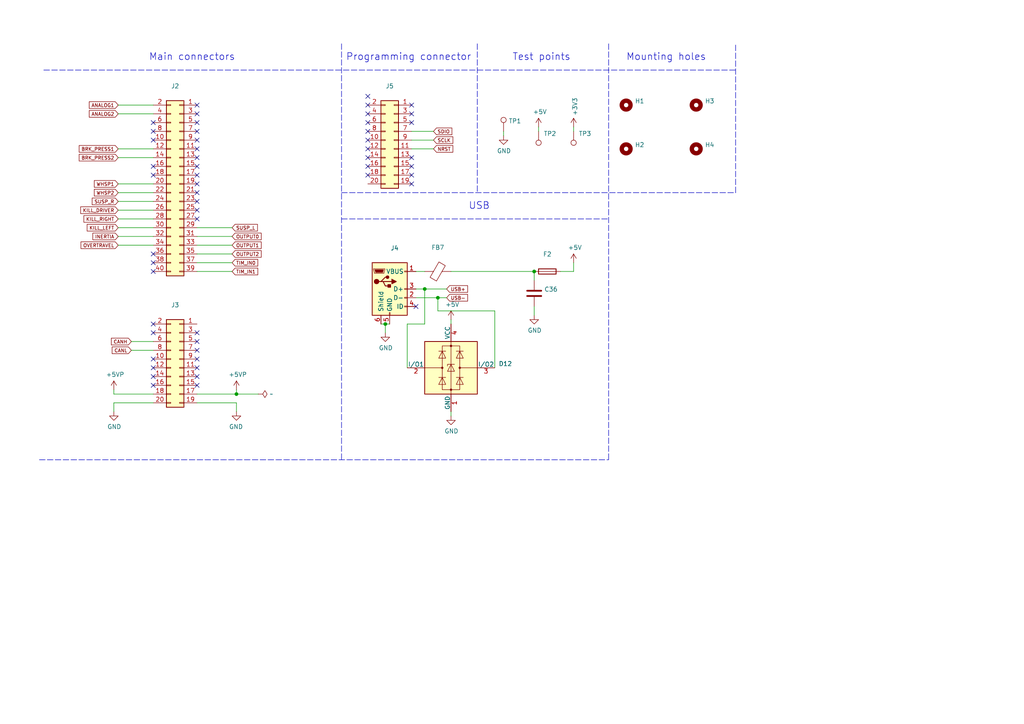
<source format=kicad_sch>
(kicad_sch (version 20211123) (generator eeschema)
  (paper "A4")
  (lib_symbols
    (symbol "Connector:TestPoint" (pin_numbers hide) (pin_names (offset 0.762) hide)
      (property "Reference" "TP" (at 0 6.858 0))
      (property "Value" "TestPoint" (at 0 5.08 0))
      (symbol "TestPoint_0_1"
        (circle (center 0 3.302) (radius 0.762))
      )
      (symbol "TestPoint_1_1"
        (pin passive line (at 0 0 90) (length 2.54) (name "1") (number "1"))
      )
    )
    (symbol "Connector:USB_OTG" (pin_names (offset 1.016))
      (property "Reference" "J" (at -5.08 11.43 0))
      (property "Value" "USB_OTG" (at -5.08 8.89 0))
      (symbol "USB_OTG_0_1"
        (rectangle (start -5.08 -7.62) (end 5.08 7.62) (stroke (width 0.254)) (fill (type background)))
        (circle (center -3.81 2.159) (radius 0.635) (stroke (width 0.254)) (fill (type outline)))
        (circle (center -0.635 3.429) (radius 0.381) (stroke (width 0.254)) (fill (type outline)))
        (rectangle (start -0.127 -7.62) (end 0.127 -6.858))
        (polyline (pts (xy -1.905 2.159) (xy 0.635 2.159)) (stroke (width 0.254)))
        (polyline (pts (xy -3.175 2.159) (xy -2.54 2.159) (xy -1.27 3.429) (xy -0.635 3.429)) (stroke (width 0.254)))
        (polyline (pts (xy -2.54 2.159) (xy -1.905 2.159) (xy -1.27 0.889) (xy 0 0.889)) (stroke (width 0.254)))
        (polyline (pts (xy 0.635 2.794) (xy 0.635 1.524) (xy 1.905 2.159) (xy 0.635 2.794)) (stroke (width 0.254)) (fill (type outline)))
        (polyline (pts (xy -4.318 5.588) (xy -1.778 5.588) (xy -2.032 4.826) (xy -4.064 4.826) (xy -4.318 5.588)) (fill (type outline)))
        (polyline (pts (xy -4.699 5.842) (xy -4.699 5.588) (xy -4.445 4.826) (xy -4.445 4.572) (xy -1.651 4.572) (xy -1.651 4.826) (xy -1.397 5.588) (xy -1.397 5.842) (xy -4.699 5.842)))
        (rectangle (start 0.254 1.27) (end -0.508 0.508) (stroke (width 0.254)) (fill (type outline)))
        (rectangle (start 5.08 -5.207) (end 4.318 -4.953))
        (rectangle (start 5.08 -2.667) (end 4.318 -2.413))
        (rectangle (start 5.08 -0.127) (end 4.318 0.127))
        (rectangle (start 5.08 4.953) (end 4.318 5.207))
      )
      (symbol "USB_OTG_1_1"
        (pin passive line (at 7.62 5.08 180) (length 2.54) (name "VBUS") (number "1"))
        (pin bidirectional line (at 7.62 -2.54 180) (length 2.54) (name "D-") (number "2"))
        (pin bidirectional line (at 7.62 0 180) (length 2.54) (name "D+") (number "3"))
        (pin passive line (at 7.62 -5.08 180) (length 2.54) (name "ID") (number "4"))
        (pin passive line (at 0 -10.16 90) (length 2.54) (name "GND") (number "5"))
        (pin passive line (at -2.54 -10.16 90) (length 2.54) (name "Shield") (number "6"))
      )
    )
    (symbol "Connector_Generic:Conn_02x10_Odd_Even" (pin_names (offset 1.016) hide)
      (property "Reference" "J" (at 1.27 12.7 0))
      (property "Value" "Conn_02x10_Odd_Even" (at 1.27 -15.24 0))
      (symbol "Conn_02x10_Odd_Even_1_1"
        (rectangle (start -1.27 -12.573) (end 0 -12.827) (stroke (width 0.1524)))
        (rectangle (start -1.27 -10.033) (end 0 -10.287) (stroke (width 0.1524)))
        (rectangle (start -1.27 -7.493) (end 0 -7.747) (stroke (width 0.1524)))
        (rectangle (start -1.27 -4.953) (end 0 -5.207) (stroke (width 0.1524)))
        (rectangle (start -1.27 -2.413) (end 0 -2.667) (stroke (width 0.1524)))
        (rectangle (start -1.27 0.127) (end 0 -0.127) (stroke (width 0.1524)))
        (rectangle (start -1.27 2.667) (end 0 2.413) (stroke (width 0.1524)))
        (rectangle (start -1.27 5.207) (end 0 4.953) (stroke (width 0.1524)))
        (rectangle (start -1.27 7.747) (end 0 7.493) (stroke (width 0.1524)))
        (rectangle (start -1.27 10.287) (end 0 10.033) (stroke (width 0.1524)))
        (rectangle (start -1.27 11.43) (end 3.81 -13.97) (stroke (width 0.254)) (fill (type background)))
        (rectangle (start 3.81 -12.573) (end 2.54 -12.827) (stroke (width 0.1524)))
        (rectangle (start 3.81 -10.033) (end 2.54 -10.287) (stroke (width 0.1524)))
        (rectangle (start 3.81 -7.493) (end 2.54 -7.747) (stroke (width 0.1524)))
        (rectangle (start 3.81 -4.953) (end 2.54 -5.207) (stroke (width 0.1524)))
        (rectangle (start 3.81 -2.413) (end 2.54 -2.667) (stroke (width 0.1524)))
        (rectangle (start 3.81 0.127) (end 2.54 -0.127) (stroke (width 0.1524)))
        (rectangle (start 3.81 2.667) (end 2.54 2.413) (stroke (width 0.1524)))
        (rectangle (start 3.81 5.207) (end 2.54 4.953) (stroke (width 0.1524)))
        (rectangle (start 3.81 7.747) (end 2.54 7.493) (stroke (width 0.1524)))
        (rectangle (start 3.81 10.287) (end 2.54 10.033) (stroke (width 0.1524)))
        (pin passive line (at -5.08 10.16 0) (length 3.81) (name "Pin_1") (number "1"))
        (pin passive line (at 7.62 0 180) (length 3.81) (name "Pin_10") (number "10"))
        (pin passive line (at -5.08 -2.54 0) (length 3.81) (name "Pin_11") (number "11"))
        (pin passive line (at 7.62 -2.54 180) (length 3.81) (name "Pin_12") (number "12"))
        (pin passive line (at -5.08 -5.08 0) (length 3.81) (name "Pin_13") (number "13"))
        (pin passive line (at 7.62 -5.08 180) (length 3.81) (name "Pin_14") (number "14"))
        (pin passive line (at -5.08 -7.62 0) (length 3.81) (name "Pin_15") (number "15"))
        (pin passive line (at 7.62 -7.62 180) (length 3.81) (name "Pin_16") (number "16"))
        (pin passive line (at -5.08 -10.16 0) (length 3.81) (name "Pin_17") (number "17"))
        (pin passive line (at 7.62 -10.16 180) (length 3.81) (name "Pin_18") (number "18"))
        (pin passive line (at -5.08 -12.7 0) (length 3.81) (name "Pin_19") (number "19"))
        (pin passive line (at 7.62 10.16 180) (length 3.81) (name "Pin_2") (number "2"))
        (pin passive line (at 7.62 -12.7 180) (length 3.81) (name "Pin_20") (number "20"))
        (pin passive line (at -5.08 7.62 0) (length 3.81) (name "Pin_3") (number "3"))
        (pin passive line (at 7.62 7.62 180) (length 3.81) (name "Pin_4") (number "4"))
        (pin passive line (at -5.08 5.08 0) (length 3.81) (name "Pin_5") (number "5"))
        (pin passive line (at 7.62 5.08 180) (length 3.81) (name "Pin_6") (number "6"))
        (pin passive line (at -5.08 2.54 0) (length 3.81) (name "Pin_7") (number "7"))
        (pin passive line (at 7.62 2.54 180) (length 3.81) (name "Pin_8") (number "8"))
        (pin passive line (at -5.08 0 0) (length 3.81) (name "Pin_9") (number "9"))
      )
    )
    (symbol "Device:C" (pin_numbers hide) (pin_names (offset 0.254))
      (property "Reference" "C" (at 0.635 2.54 0))
      (property "Value" "C" (at 0.635 -2.54 0))
      (symbol "C_0_1"
        (polyline (pts (xy -2.032 -0.762) (xy 2.032 -0.762)) (stroke (width 0.508)))
        (polyline (pts (xy -2.032 0.762) (xy 2.032 0.762)) (stroke (width 0.508)))
      )
      (symbol "C_1_1"
        (pin passive line (at 0 3.81 270) (length 2.794) (name "~") (number "1"))
        (pin passive line (at 0 -3.81 90) (length 2.794) (name "~") (number "2"))
      )
    )
    (symbol "Device:Fuse" (pin_numbers hide) (pin_names (offset 0))
      (property "Reference" "F" (at 2.032 0 90))
      (property "Value" "Fuse" (at -1.905 0 90))
      (symbol "Fuse_0_1"
        (rectangle (start -0.762 -2.54) (end 0.762 2.54) (stroke (width 0.254)))
        (polyline (pts (xy 0 2.54) (xy 0 -2.54)))
      )
      (symbol "Fuse_1_1"
        (pin passive line (at 0 3.81 270) (length 1.27) (name "~") (number "1"))
        (pin passive line (at 0 -3.81 90) (length 1.27) (name "~") (number "2"))
      )
    )
    (symbol "Mechanical:MountingHole" (pin_names (offset 1.016))
      (property "Reference" "H" (at 0 5.08 0))
      (property "Value" "MountingHole" (at 0 3.175 0))
      (symbol "MountingHole_0_1"
        (circle (center 0 0) (radius 1.27) (stroke (width 1.27)))
      )
    )
    (symbol "Power_Protection:PRTR5V0U2X" (pin_names (offset 0))
      (property "Reference" "D" (at 2.794 8.636 0))
      (property "Value" "PRTR5V0U2X" (at 8.128 -9.398 0))
      (symbol "PRTR5V0U2X_0_1"
        (rectangle (start -7.62 -7.62) (end 7.62 7.62) (stroke (width 0.254)) (fill (type background)))
        (circle (center -2.54 0) (radius 0.254) (fill (type outline)))
        (rectangle (start -2.54 6.35) (end 2.54 -6.35))
        (circle (center 0 -6.35) (radius 0.254) (fill (type outline)))
        (polyline (pts (xy -2.54 0) (xy -7.62 0)))
        (polyline (pts (xy -1.524 -2.794) (xy -3.556 -2.794)))
        (polyline (pts (xy -1.524 4.826) (xy -3.556 4.826)))
        (polyline (pts (xy 0 -7.62) (xy 0 7.62)))
        (polyline (pts (xy 1.524 -2.794) (xy 3.556 -2.794)))
        (polyline (pts (xy 1.524 4.826) (xy 3.556 4.826)))
        (polyline (pts (xy 2.54 0) (xy 7.62 0)))
        (polyline (pts (xy 1.016 1.016) (xy -1.016 1.016) (xy -1.016 0.508)))
        (polyline (pts (xy -3.556 -4.826) (xy -1.524 -4.826) (xy -2.54 -2.794) (xy -3.556 -4.826)))
        (polyline (pts (xy -3.556 2.794) (xy -1.524 2.794) (xy -2.54 4.826) (xy -3.556 2.794)))
        (polyline (pts (xy -1.016 -1.016) (xy 1.016 -1.016) (xy 0 1.016) (xy -1.016 -1.016)))
        (polyline (pts (xy 3.556 -4.826) (xy 1.524 -4.826) (xy 2.54 -2.794) (xy 3.556 -4.826)))
        (polyline (pts (xy 3.556 2.794) (xy 1.524 2.794) (xy 2.54 4.826) (xy 3.556 2.794)))
        (circle (center 0 6.35) (radius 0.254) (fill (type outline)))
        (circle (center 2.54 0) (radius 0.254) (fill (type outline)))
      )
      (symbol "PRTR5V0U2X_1_1"
        (pin passive line (at 0 -12.7 90) (length 5.08) (name "GND") (number "1"))
        (pin passive line (at -12.7 0 0) (length 5.08) (name "I/O1") (number "2"))
        (pin passive line (at 12.7 0 180) (length 5.08) (name "I/O2") (number "3"))
        (pin passive line (at 0 12.7 270) (length 5.08) (name "VCC") (number "4"))
      )
    )
    (symbol "karta_pomiarowa_v2-rescue:+3.3V-power" (power) (pin_names (offset 0))
      (property "Value" "+3.3V-power" (at 0 3.556 0))
      (symbol "+3.3V-power_0_1"
        (polyline (pts (xy -0.762 1.27) (xy 0 2.54)))
        (polyline (pts (xy 0 0) (xy 0 2.54)))
        (polyline (pts (xy 0 2.54) (xy 0.762 1.27)))
      )
      (symbol "+3.3V-power_1_1"
        (pin power_in line (at 0 0 90) (length 0) hide (name "+3V3") (number "1"))
      )
    )
    (symbol "karta_pomiarowa_v2-rescue:Conn_02x20_Odd_Even-Connector_Genericx" (pin_names (offset 1.016) hide)
      (property "Reference" "J" (at 1.27 25.4 0))
      (property "Value" "Conn_02x20_Odd_Even-Connector_Genericx" (at 30.48 -25.4 0))
      (symbol "Conn_02x20_Odd_Even-Connector_Genericx_1_1"
        (rectangle (start -1.27 -25.273) (end 0 -25.527) (stroke (width 0.1524)))
        (rectangle (start -1.27 -22.733) (end 0 -22.987) (stroke (width 0.1524)))
        (rectangle (start -1.27 -20.193) (end 0 -20.447) (stroke (width 0.1524)))
        (rectangle (start -1.27 -17.653) (end 0 -17.907) (stroke (width 0.1524)))
        (rectangle (start -1.27 -15.113) (end 0 -15.367) (stroke (width 0.1524)))
        (rectangle (start -1.27 -12.573) (end 0 -12.827) (stroke (width 0.1524)))
        (rectangle (start -1.27 -10.033) (end 0 -10.287) (stroke (width 0.1524)))
        (rectangle (start -1.27 -7.493) (end 0 -7.747) (stroke (width 0.1524)))
        (rectangle (start -1.27 -4.953) (end 0 -5.207) (stroke (width 0.1524)))
        (rectangle (start -1.27 -2.413) (end 0 -2.667) (stroke (width 0.1524)))
        (rectangle (start -1.27 0.127) (end 0 -0.127) (stroke (width 0.1524)))
        (rectangle (start -1.27 2.667) (end 0 2.413) (stroke (width 0.1524)))
        (rectangle (start -1.27 5.207) (end 0 4.953) (stroke (width 0.1524)))
        (rectangle (start -1.27 7.747) (end 0 7.493) (stroke (width 0.1524)))
        (rectangle (start -1.27 10.287) (end 0 10.033) (stroke (width 0.1524)))
        (rectangle (start -1.27 12.827) (end 0 12.573) (stroke (width 0.1524)))
        (rectangle (start -1.27 15.367) (end 0 15.113) (stroke (width 0.1524)))
        (rectangle (start -1.27 17.907) (end 0 17.653) (stroke (width 0.1524)))
        (rectangle (start -1.27 20.447) (end 0 20.193) (stroke (width 0.1524)))
        (rectangle (start -1.27 22.987) (end 0 22.733) (stroke (width 0.1524)))
        (rectangle (start -1.27 24.13) (end 3.81 -26.67) (stroke (width 0.254)) (fill (type background)))
        (rectangle (start 3.81 -25.273) (end 2.54 -25.527) (stroke (width 0.1524)))
        (rectangle (start 3.81 -22.733) (end 2.54 -22.987) (stroke (width 0.1524)))
        (rectangle (start 3.81 -20.193) (end 2.54 -20.447) (stroke (width 0.1524)))
        (rectangle (start 3.81 -17.653) (end 2.54 -17.907) (stroke (width 0.1524)))
        (rectangle (start 3.81 -15.113) (end 2.54 -15.367) (stroke (width 0.1524)))
        (rectangle (start 3.81 -12.573) (end 2.54 -12.827) (stroke (width 0.1524)))
        (rectangle (start 3.81 -10.033) (end 2.54 -10.287) (stroke (width 0.1524)))
        (rectangle (start 3.81 -7.493) (end 2.54 -7.747) (stroke (width 0.1524)))
        (rectangle (start 3.81 -4.953) (end 2.54 -5.207) (stroke (width 0.1524)))
        (rectangle (start 3.81 -2.413) (end 2.54 -2.667) (stroke (width 0.1524)))
        (rectangle (start 3.81 0.127) (end 2.54 -0.127) (stroke (width 0.1524)))
        (rectangle (start 3.81 2.667) (end 2.54 2.413) (stroke (width 0.1524)))
        (rectangle (start 3.81 5.207) (end 2.54 4.953) (stroke (width 0.1524)))
        (rectangle (start 3.81 7.747) (end 2.54 7.493) (stroke (width 0.1524)))
        (rectangle (start 3.81 10.287) (end 2.54 10.033) (stroke (width 0.1524)))
        (rectangle (start 3.81 12.827) (end 2.54 12.573) (stroke (width 0.1524)))
        (rectangle (start 3.81 15.367) (end 2.54 15.113) (stroke (width 0.1524)))
        (rectangle (start 3.81 17.907) (end 2.54 17.653) (stroke (width 0.1524)))
        (rectangle (start 3.81 20.447) (end 2.54 20.193) (stroke (width 0.1524)))
        (rectangle (start 3.81 22.987) (end 2.54 22.733) (stroke (width 0.1524)))
        (pin passive line (at 7.62 22.86 180) (length 3.81) (name "Pin_1") (number "1"))
        (pin passive line (at -5.08 12.7 0) (length 3.81) (name "Pin_10") (number "10"))
        (pin passive line (at 7.62 10.16 180) (length 3.81) (name "Pin_11") (number "11"))
        (pin passive line (at -5.08 10.16 0) (length 3.81) (name "Pin_12") (number "12"))
        (pin passive line (at 7.62 7.62 180) (length 3.81) (name "Pin_13") (number "13"))
        (pin passive line (at -5.08 7.62 0) (length 3.81) (name "Pin_14") (number "14"))
        (pin passive line (at 7.62 5.08 180) (length 3.81) (name "Pin_15") (number "15"))
        (pin passive line (at -5.08 5.08 0) (length 3.81) (name "Pin_16") (number "16"))
        (pin passive line (at 7.62 2.54 180) (length 3.81) (name "Pin_17") (number "17"))
        (pin passive line (at -5.08 2.54 0) (length 3.81) (name "Pin_18") (number "18"))
        (pin passive line (at 7.62 0 180) (length 3.81) (name "Pin_19") (number "19"))
        (pin passive line (at -5.08 22.86 0) (length 3.81) (name "Pin_2") (number "2"))
        (pin passive line (at -5.08 0 0) (length 3.81) (name "Pin_20") (number "20"))
        (pin passive line (at 7.62 -2.54 180) (length 3.81) (name "Pin_21") (number "21"))
        (pin passive line (at -5.08 -2.54 0) (length 3.81) (name "Pin_22") (number "22"))
        (pin passive line (at 7.62 -5.08 180) (length 3.81) (name "Pin_23") (number "23"))
        (pin passive line (at -5.08 -5.08 0) (length 3.81) (name "Pin_24") (number "24"))
        (pin passive line (at 7.62 -7.62 180) (length 3.81) (name "Pin_25") (number "25"))
        (pin passive line (at -5.08 -7.62 0) (length 3.81) (name "Pin_26") (number "26"))
        (pin passive line (at 7.62 -10.16 180) (length 3.81) (name "Pin_27") (number "27"))
        (pin passive line (at -5.08 -10.16 0) (length 3.81) (name "Pin_28") (number "28"))
        (pin passive line (at 7.62 -12.7 180) (length 3.81) (name "Pin_29") (number "29"))
        (pin passive line (at 7.62 20.32 180) (length 3.81) (name "Pin_3") (number "3"))
        (pin passive line (at -5.08 -12.7 0) (length 3.81) (name "Pin_30") (number "30"))
        (pin passive line (at 7.62 -15.24 180) (length 3.81) (name "Pin_31") (number "31"))
        (pin passive line (at -5.08 -15.24 0) (length 3.81) (name "Pin_32") (number "32"))
        (pin passive line (at 7.62 -17.78 180) (length 3.81) (name "Pin_33") (number "33"))
        (pin passive line (at -5.08 -17.78 0) (length 3.81) (name "Pin_34") (number "34"))
        (pin passive line (at 7.62 -20.32 180) (length 3.81) (name "Pin_35") (number "35"))
        (pin passive line (at -5.08 -20.32 0) (length 3.81) (name "Pin_36") (number "36"))
        (pin passive line (at 7.62 -22.86 180) (length 3.81) (name "Pin_37") (number "37"))
        (pin passive line (at -5.08 -22.86 0) (length 3.81) (name "Pin_38") (number "38"))
        (pin passive line (at 7.62 -25.4 180) (length 3.81) (name "Pin_39") (number "39"))
        (pin passive line (at -5.08 20.32 0) (length 3.81) (name "Pin_4") (number "4"))
        (pin passive line (at -5.08 -25.4 0) (length 3.81) (name "Pin_40") (number "40"))
        (pin passive line (at 7.62 17.78 180) (length 3.81) (name "Pin_5") (number "5"))
        (pin passive line (at -5.08 17.78 0) (length 3.81) (name "Pin_6") (number "6"))
        (pin passive line (at 7.62 15.24 180) (length 3.81) (name "Pin_7") (number "7"))
        (pin passive line (at -5.08 15.24 0) (length 3.81) (name "Pin_8") (number "8"))
        (pin passive line (at 7.62 12.7 180) (length 3.81) (name "Pin_9") (number "9"))
      )
    )
    (symbol "karta_pomiarowa_v2-rescue:Ferrite_Bead-Device" (pin_numbers hide) (pin_names (offset 0))
      (property "Reference" "FB" (at -3.81 0.635 90))
      (property "Value" "Ferrite_Bead-Device" (at 3.81 0 90))
      (symbol "Ferrite_Bead-Device_0_1"
        (polyline (pts (xy 0 -1.27) (xy 0 -1.2192)))
        (polyline (pts (xy 0 1.27) (xy 0 1.2954)))
        (polyline (pts (xy -2.7686 0.4064) (xy -1.7018 2.2606) (xy 2.7686 -0.3048) (xy 1.6764 -2.159) (xy -2.7686 0.4064)))
      )
      (symbol "Ferrite_Bead-Device_1_1"
        (pin passive line (at 0 3.81 270) (length 2.54) (name "~") (number "1"))
        (pin passive line (at 0 -3.81 90) (length 2.54) (name "~") (number "2"))
      )
    )
    (symbol "power:+5V" (power) (pin_names (offset 0))
      (property "Value" "+5V" (at 0 3.556 0))
      (symbol "+5V_0_1"
        (polyline (pts (xy -0.762 1.27) (xy 0 2.54)))
        (polyline (pts (xy 0 0) (xy 0 2.54)))
        (polyline (pts (xy 0 2.54) (xy 0.762 1.27)))
      )
      (symbol "+5V_1_1"
        (pin power_in line (at 0 0 90) (length 0) hide (name "+5V") (number "1"))
      )
    )
    (symbol "power:+5VP" (power) (pin_names (offset 0))
      (property "Value" "+5VP" (at 0 3.556 0))
      (symbol "+5VP_0_1"
        (polyline (pts (xy -0.762 1.27) (xy 0 2.54)))
        (polyline (pts (xy 0 0) (xy 0 2.54)))
        (polyline (pts (xy 0 2.54) (xy 0.762 1.27)))
      )
      (symbol "+5VP_1_1"
        (pin power_in line (at 0 0 90) (length 0) hide (name "+5VP") (number "1"))
      )
    )
    (symbol "power:GND" (power) (pin_names (offset 0))
      (property "Value" "GND" (at 0 -3.81 0))
      (symbol "GND_0_1"
        (polyline (pts (xy 0 0) (xy 0 -1.27) (xy 1.27 -1.27) (xy 0 -2.54) (xy -1.27 -1.27) (xy 0 -1.27)))
      )
      (symbol "GND_1_1"
        (pin power_in line (at 0 0 270) (length 0) hide (name "GND") (number "1"))
      )
    )
    (symbol "power:PWR_FLAG" (power) (pin_numbers hide) (pin_names (offset 0) hide)
      (property "Value" "PWR_FLAG" (at 0 3.81 0))
      (symbol "PWR_FLAG_0_0"
        (pin power_out line (at 0 0 90) (length 0) (name "pwr") (number "1"))
      )
      (symbol "PWR_FLAG_0_1"
        (polyline (pts (xy 0 0) (xy 0 1.27) (xy -1.016 1.905) (xy 0 2.54) (xy 1.016 1.905) (xy 0 1.27)))
      )
    )
  )
  (junction (at 154.94 78.74))
  (junction (at 111.76 93.98))
  (junction (at 123.19 83.82))
  (junction (at 68.58 114.3))
  (junction (at 127 86.36))
  (no_connect (at 106.68 50.8))
  (no_connect (at 57.15 63.5))
  (no_connect (at 44.45 73.66))
  (no_connect (at 57.15 109.22))
  (no_connect (at 44.45 76.2))
  (no_connect (at 57.15 48.26))
  (no_connect (at 57.15 43.18))
  (no_connect (at 57.15 40.64))
  (no_connect (at 57.15 30.48))
  (no_connect (at 57.15 53.34))
  (no_connect (at 44.45 40.64))
  (no_connect (at 119.38 50.8))
  (no_connect (at 57.15 99.06))
  (no_connect (at 57.15 35.56))
  (no_connect (at 119.38 35.56))
  (no_connect (at 106.68 33.02))
  (no_connect (at 120.65 88.9))
  (no_connect (at 44.45 104.14))
  (no_connect (at 119.38 53.34))
  (no_connect (at 106.68 48.26))
  (no_connect (at 57.15 111.76))
  (no_connect (at 57.15 96.52))
  (no_connect (at 57.15 33.02))
  (no_connect (at 44.45 93.98))
  (no_connect (at 57.15 60.96))
  (no_connect (at 106.68 40.64))
  (no_connect (at 57.15 106.68))
  (no_connect (at 106.68 27.94))
  (no_connect (at 57.15 38.1))
  (no_connect (at 57.15 55.88))
  (no_connect (at 44.45 50.8))
  (no_connect (at 57.15 104.14))
  (no_connect (at 44.45 78.74))
  (no_connect (at 106.68 38.1))
  (no_connect (at 44.45 35.56))
  (no_connect (at 57.15 50.8))
  (no_connect (at 57.15 101.6))
  (no_connect (at 44.45 109.22))
  (no_connect (at 44.45 38.1))
  (no_connect (at 119.38 33.02))
  (no_connect (at 106.68 45.72))
  (no_connect (at 44.45 48.26))
  (no_connect (at 119.38 45.72))
  (no_connect (at 44.45 96.52))
  (no_connect (at 119.38 30.48))
  (no_connect (at 44.45 111.76))
  (no_connect (at 106.68 30.48))
  (no_connect (at 57.15 58.42))
  (no_connect (at 106.68 35.56))
  (no_connect (at 119.38 48.26))
  (no_connect (at 44.45 106.68))
  (no_connect (at 57.15 45.72))
  (no_connect (at 106.68 43.18))
  (wire (pts (xy 154.94 78.74) (xy 154.94 81.28)))
  (wire (pts (xy 57.15 116.84) (xy 68.58 116.84)))
  (polyline (pts (xy 213.36 55.88) (xy 213.36 12.7)))
  (wire (pts (xy 34.29 60.96) (xy 44.45 60.96)))
  (wire (pts (xy 34.29 45.72) (xy 44.45 45.72)))
  (wire (pts (xy 44.45 68.58) (xy 34.29 68.58)))
  (wire (pts (xy 68.58 113.03) (xy 68.58 114.3)))
  (wire (pts (xy 130.81 119.38) (xy 130.81 120.65)))
  (wire (pts (xy 120.65 86.36) (xy 127 86.36)))
  (polyline (pts (xy 138.43 12.7) (xy 138.43 55.88)))
  (polyline (pts (xy 176.53 12.7) (xy 176.53 133.35)))
  (wire (pts (xy 110.49 93.98) (xy 111.76 93.98)))
  (wire (pts (xy 33.02 116.84) (xy 33.02 119.38)))
  (wire (pts (xy 118.11 106.68) (xy 118.11 93.98)))
  (wire (pts (xy 57.15 68.58) (xy 67.31 68.58)))
  (wire (pts (xy 44.45 30.48) (xy 34.29 30.48)))
  (wire (pts (xy 130.81 78.74) (xy 154.94 78.74)))
  (wire (pts (xy 127 86.36) (xy 129.54 86.36)))
  (wire (pts (xy 130.81 92.71) (xy 130.81 93.98)))
  (wire (pts (xy 166.37 36.83) (xy 166.37 38.1)))
  (wire (pts (xy 74.93 114.3) (xy 68.58 114.3)))
  (wire (pts (xy 44.45 43.18) (xy 34.29 43.18)))
  (wire (pts (xy 143.51 106.68) (xy 143.51 90.17)))
  (wire (pts (xy 57.15 76.2) (xy 67.31 76.2)))
  (wire (pts (xy 34.29 63.5) (xy 44.45 63.5)))
  (wire (pts (xy 154.94 88.9) (xy 154.94 91.44)))
  (wire (pts (xy 44.45 116.84) (xy 33.02 116.84)))
  (wire (pts (xy 34.29 66.04) (xy 44.45 66.04)))
  (wire (pts (xy 146.05 39.37) (xy 146.05 38.1)))
  (wire (pts (xy 156.21 36.83) (xy 156.21 38.1)))
  (wire (pts (xy 125.73 43.18) (xy 119.38 43.18)))
  (wire (pts (xy 123.19 93.98) (xy 123.19 83.82)))
  (wire (pts (xy 68.58 114.3) (xy 57.15 114.3)))
  (wire (pts (xy 34.29 55.88) (xy 44.45 55.88)))
  (wire (pts (xy 38.1 101.6) (xy 44.45 101.6)))
  (wire (pts (xy 34.29 53.34) (xy 44.45 53.34)))
  (wire (pts (xy 111.76 93.98) (xy 113.03 93.98)))
  (polyline (pts (xy 12.7 20.32) (xy 213.36 20.32)))
  (polyline (pts (xy 99.06 63.5) (xy 176.53 63.5)))
  (polyline (pts (xy 11.43 133.35) (xy 176.53 133.35)))
  (wire (pts (xy 57.15 66.04) (xy 67.31 66.04)))
  (wire (pts (xy 34.29 58.42) (xy 44.45 58.42)))
  (wire (pts (xy 123.19 78.74) (xy 120.65 78.74)))
  (wire (pts (xy 44.45 71.12) (xy 34.29 71.12)))
  (polyline (pts (xy 99.06 55.88) (xy 213.36 55.88)))
  (wire (pts (xy 68.58 116.84) (xy 68.58 119.38)))
  (wire (pts (xy 111.76 93.98) (xy 111.76 96.52)))
  (polyline (pts (xy 99.06 12.7) (xy 99.06 133.35)))
  (wire (pts (xy 166.37 78.74) (xy 166.37 76.2)))
  (wire (pts (xy 57.15 71.12) (xy 67.31 71.12)))
  (wire (pts (xy 44.45 99.06) (xy 38.1 99.06)))
  (wire (pts (xy 57.15 73.66) (xy 67.31 73.66)))
  (wire (pts (xy 127 90.17) (xy 127 86.36)))
  (wire (pts (xy 118.11 93.98) (xy 123.19 93.98)))
  (wire (pts (xy 162.56 78.74) (xy 166.37 78.74)))
  (wire (pts (xy 34.29 33.02) (xy 44.45 33.02)))
  (wire (pts (xy 44.45 114.3) (xy 33.02 114.3)))
  (wire (pts (xy 125.73 38.1) (xy 119.38 38.1)))
  (wire (pts (xy 33.02 114.3) (xy 33.02 113.03)))
  (wire (pts (xy 119.38 40.64) (xy 125.73 40.64)))
  (wire (pts (xy 120.65 83.82) (xy 123.19 83.82)))
  (wire (pts (xy 57.15 78.74) (xy 67.31 78.74)))
  (wire (pts (xy 143.51 90.17) (xy 127 90.17)))
  (wire (pts (xy 123.19 83.82) (xy 129.54 83.82)))
  (text "Programming connector" (at 100.33 17.78 0) (effects (font (size 2.0066 2.0066)) (justify left bottom)))
  (text "Main connectors" (at 43.18 17.78 0) (effects (font (size 2.0066 2.0066)) (justify left bottom)))
  (text "USB" (at 135.89 60.96 0) (effects (font (size 2.0066 2.0066)) (justify left bottom)))
  (text "Test points" (at 148.59 17.78 0) (effects (font (size 2.0066 2.0066)) (justify left bottom)))
  (text "Mounting holes" (at 181.61 17.78 0) (effects (font (size 2.0066 2.0066)) (justify left bottom)))
  (global_label "ANALOG1" (shape input) (at 34.29 30.48 180) (effects (font (size 0.9906 0.9906))) (property "Intersheet References" "${INTERSHEET_REFS}" (effects hide)))
  (global_label "USB-" (shape input) (at 129.54 86.36 0) (effects (font (size 0.9906 0.9906))) (property "Intersheet References" "${INTERSHEET_REFS}" (effects hide)))
  (global_label "OVERTRAVEL" (shape input) (at 34.29 71.12 180) (effects (font (size 0.9906 0.9906))) (property "Intersheet References" "${INTERSHEET_REFS}" (effects hide)))
  (global_label "KILL_LEFT" (shape input) (at 34.29 66.04 180) (effects (font (size 0.9906 0.9906))) (property "Intersheet References" "${INTERSHEET_REFS}" (effects hide)))
  (global_label "BRK_PRESS1" (shape input) (at 34.29 43.18 180) (effects (font (size 0.9906 0.9906))) (property "Intersheet References" "${INTERSHEET_REFS}" (effects hide)))
  (global_label "ANALOG2" (shape input) (at 34.29 33.02 180) (effects (font (size 0.9906 0.9906))) (property "Intersheet References" "${INTERSHEET_REFS}" (effects hide)))
  (global_label "USB+" (shape input) (at 129.54 83.82 0) (effects (font (size 0.9906 0.9906))) (property "Intersheet References" "${INTERSHEET_REFS}" (effects hide)))
  (global_label "OUTPUT0" (shape input) (at 67.31 68.58 0) (effects (font (size 0.9906 0.9906))) (property "Intersheet References" "${INTERSHEET_REFS}" (effects hide)))
  (global_label "WHSP1" (shape input) (at 34.29 53.34 180) (effects (font (size 0.9906 0.9906))) (property "Intersheet References" "${INTERSHEET_REFS}" (effects hide)))
  (global_label "SDIO" (shape input) (at 125.73 38.1 0) (effects (font (size 0.9906 0.9906))) (property "Intersheet References" "${INTERSHEET_REFS}" (effects hide)))
  (global_label "CANH" (shape input) (at 38.1 99.06 180) (effects (font (size 0.9906 0.9906))) (property "Intersheet References" "${INTERSHEET_REFS}" (effects hide)))
  (global_label "OUTPUT2" (shape input) (at 67.31 73.66 0) (effects (font (size 0.9906 0.9906))) (property "Intersheet References" "${INTERSHEET_REFS}" (effects hide)))
  (global_label "CANL" (shape input) (at 38.1 101.6 180) (effects (font (size 0.9906 0.9906))) (property "Intersheet References" "${INTERSHEET_REFS}" (effects hide)))
  (global_label "KILL_DRIVER" (shape input) (at 34.29 60.96 180) (effects (font (size 0.9906 0.9906))) (property "Intersheet References" "${INTERSHEET_REFS}" (effects hide)))
  (global_label "NRST" (shape input) (at 125.73 43.18 0) (effects (font (size 0.9906 0.9906))) (property "Intersheet References" "${INTERSHEET_REFS}" (effects hide)))
  (global_label "SUSP_L" (shape input) (at 67.31 66.04 0) (effects (font (size 0.9906 0.9906))) (property "Intersheet References" "${INTERSHEET_REFS}" (effects hide)))
  (global_label "OUTPUT1" (shape input) (at 67.31 71.12 0) (effects (font (size 0.9906 0.9906))) (property "Intersheet References" "${INTERSHEET_REFS}" (effects hide)))
  (global_label "SCLK" (shape input) (at 125.73 40.64 0) (effects (font (size 0.9906 0.9906))) (property "Intersheet References" "${INTERSHEET_REFS}" (effects hide)))
  (global_label "TIM_IN1" (shape input) (at 67.31 78.74 0) (effects (font (size 0.9906 0.9906))) (property "Intersheet References" "${INTERSHEET_REFS}" (effects hide)))
  (global_label "KILL_RIGHT" (shape input) (at 34.29 63.5 180) (effects (font (size 0.9906 0.9906))) (property "Intersheet References" "${INTERSHEET_REFS}" (effects hide)))
  (global_label "INERTIA" (shape input) (at 34.29 68.58 180) (effects (font (size 0.9906 0.9906))) (property "Intersheet References" "${INTERSHEET_REFS}" (effects hide)))
  (global_label "SUSP_R" (shape input) (at 34.29 58.42 180) (effects (font (size 0.9906 0.9906))) (property "Intersheet References" "${INTERSHEET_REFS}" (effects hide)))
  (global_label "WHSP2" (shape input) (at 34.29 55.88 180) (effects (font (size 0.9906 0.9906))) (property "Intersheet References" "${INTERSHEET_REFS}" (effects hide)))
  (global_label "TIM_IN0" (shape input) (at 67.31 76.2 0) (effects (font (size 0.9906 0.9906))) (property "Intersheet References" "${INTERSHEET_REFS}" (effects hide)))
  (global_label "BRK_PRESS2" (shape input) (at 34.29 45.72 180) (effects (font (size 0.9906 0.9906))) (property "Intersheet References" "${INTERSHEET_REFS}" (effects hide)))
  (symbol (lib_id "karta_pomiarowa_v2-rescue:Conn_02x20_Odd_Even-Connector_Genericx") (at 49.53 53.34 0) (unit 1)
    (property "Reference" "J2" (at 50.8 24.9682 0))
  )
  (symbol (lib_id "Connector_Generic:Conn_02x10_Odd_Even") (at 52.07 104.14 0) (mirror y) (unit 1)
    (property "Reference" "J3" (at 50.8 88.4682 0))
  )
  (symbol (lib_id "power:GND") (at 33.02 119.38 0) (unit 1)
    (property "Reference" "#PWR086" (effects hide))
  )
  (symbol (lib_id "power:GND") (at 68.58 119.38 0) (mirror y) (unit 1)
    (property "Reference" "#PWR088" (effects hide))
  )
  (symbol (lib_id "Connector_Generic:Conn_02x10_Odd_Even") (at 114.3 40.64 0) (mirror y) (unit 1)
    (property "Reference" "J5" (at 113.03 24.9682 0))
  )
  (symbol (lib_id "power:+5VP") (at 68.58 113.03 0) (unit 1)
    (property "Reference" "#PWR?" (effects hide))
  )
  (symbol (lib_id "power:+5VP") (at 33.02 113.03 0) (unit 1)
    (property "Reference" "#PWR?" (effects hide))
  )
  (symbol (lib_id "power:PWR_FLAG") (at 74.93 114.3 270) (unit 1)
    (property "Reference" "#FLG07" (effects hide))
  )
  (symbol (lib_id "Connector:USB_OTG") (at 113.03 83.82 0) (unit 1)
    (property "Reference" "J4" (at 114.4778 71.9582 0))
    (property "Datasheet" " ~" (effects hide))
  )
  (symbol (lib_id "power:GND") (at 111.76 96.52 0) (unit 1)
    (property "Reference" "#PWR089" (effects hide))
  )
  (symbol (lib_id "Device:Fuse") (at 158.75 78.74 270) (unit 1)
    (property "Reference" "F2" (at 158.75 73.7362 90))
  )
  (symbol (lib_id "power:+5V") (at 166.37 76.2 0) (unit 1)
    (property "Reference" "#PWR090" (effects hide))
  )
  (symbol (lib_id "Connector:TestPoint") (at 146.05 38.1 0) (unit 1)
    (property "Reference" "TP1" (at 147.5232 35.1028 0) (effects (justify left)))
  )
  (symbol (lib_id "power:GND") (at 146.05 39.37 0) (unit 1)
    (property "Reference" "#PWR015" (effects hide))
  )
  (symbol (lib_id "Connector:TestPoint") (at 156.21 38.1 180) (unit 1)
    (property "Reference" "TP2" (at 157.6832 38.7604 0) (effects (justify right)))
  )
  (symbol (lib_id "power:+5V") (at 156.21 36.83 0) (unit 1)
    (property "Reference" "#PWR0113" (effects hide))
  )
  (symbol (lib_id "karta_pomiarowa_v2-rescue:+3.3V-power") (at 166.37 36.83 0) (unit 1)
    (property "Reference" "#PWR?" (effects hide))
  )
  (symbol (lib_id "Connector:TestPoint") (at 166.37 38.1 180) (unit 1)
    (property "Reference" "TP3" (at 167.8432 38.7604 0) (effects (justify right)))
  )
  (symbol (lib_id "karta_pomiarowa_v2-rescue:Ferrite_Bead-Device") (at 127 78.74 90) (unit 1)
    (property "Reference" "FB7" (at 127 71.7804 90))
  )
  (symbol (lib_id "Device:C") (at 154.94 85.09 0) (unit 1)
    (property "Reference" "C36" (at 157.861 83.9216 0) (effects (justify left)))
  )
  (symbol (lib_id "power:GND") (at 154.94 91.44 0) (unit 1)
    (property "Reference" "#PWR0115" (effects hide))
  )
  (symbol (lib_id "Power_Protection:PRTR5V0U2X") (at 130.81 106.68 0) (unit 1)
    (property "Reference" "D12" (at 144.6276 105.5116 0) (effects (justify left)))
    (property "Datasheet" "https://assets.nexperia.com/documents/data-sheet/PRTR5V0U2X.pdf" (effects hide))
  )
  (symbol (lib_id "power:GND") (at 130.81 120.65 0) (unit 1)
    (property "Reference" "#PWR0116" (effects hide))
  )
  (symbol (lib_id "power:+5V") (at 130.81 92.71 0) (unit 1)
    (property "Reference" "#PWR0117" (effects hide))
  )
  (symbol (lib_id "Mechanical:MountingHole") (at 181.61 30.48 0) (unit 1)
    (property "Reference" "H1" (at 184.15 29.3116 0) (effects (justify left)))
  )
  (symbol (lib_id "Mechanical:MountingHole") (at 201.93 30.48 0) (unit 1)
    (property "Reference" "H3" (at 204.47 29.3116 0) (effects (justify left)))
  )
  (symbol (lib_id "Mechanical:MountingHole") (at 181.61 43.18 0) (unit 1)
    (property "Reference" "H2" (at 184.15 42.0116 0) (effects (justify left)))
  )
  (symbol (lib_id "Mechanical:MountingHole") (at 201.93 43.18 0) (unit 1)
    (property "Reference" "H4" (at 204.47 42.0116 0) (effects (justify left)))
  )
)
</source>
